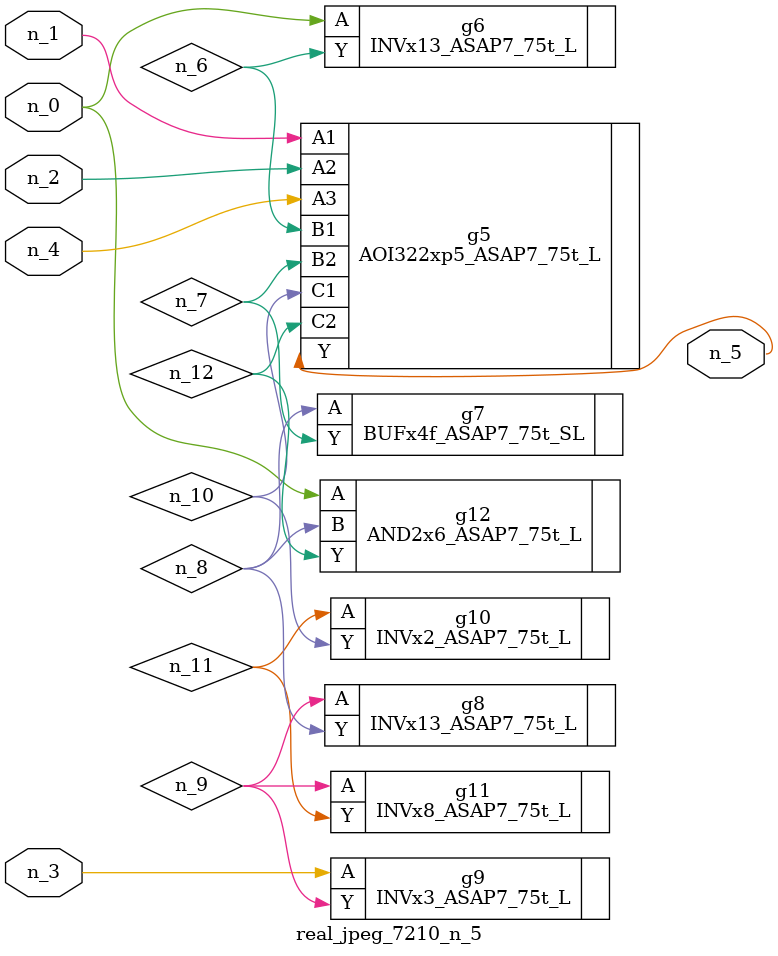
<source format=v>
module real_jpeg_7210_n_5 (n_4, n_0, n_1, n_2, n_3, n_5);

input n_4;
input n_0;
input n_1;
input n_2;
input n_3;

output n_5;

wire n_12;
wire n_8;
wire n_11;
wire n_6;
wire n_7;
wire n_10;
wire n_9;

INVx13_ASAP7_75t_L g6 ( 
.A(n_0),
.Y(n_6)
);

AND2x6_ASAP7_75t_L g12 ( 
.A(n_0),
.B(n_8),
.Y(n_12)
);

AOI322xp5_ASAP7_75t_L g5 ( 
.A1(n_1),
.A2(n_2),
.A3(n_4),
.B1(n_6),
.B2(n_7),
.C1(n_10),
.C2(n_12),
.Y(n_5)
);

INVx3_ASAP7_75t_L g9 ( 
.A(n_3),
.Y(n_9)
);

BUFx4f_ASAP7_75t_SL g7 ( 
.A(n_8),
.Y(n_7)
);

INVx13_ASAP7_75t_L g8 ( 
.A(n_9),
.Y(n_8)
);

INVx8_ASAP7_75t_L g11 ( 
.A(n_9),
.Y(n_11)
);

INVx2_ASAP7_75t_L g10 ( 
.A(n_11),
.Y(n_10)
);


endmodule
</source>
